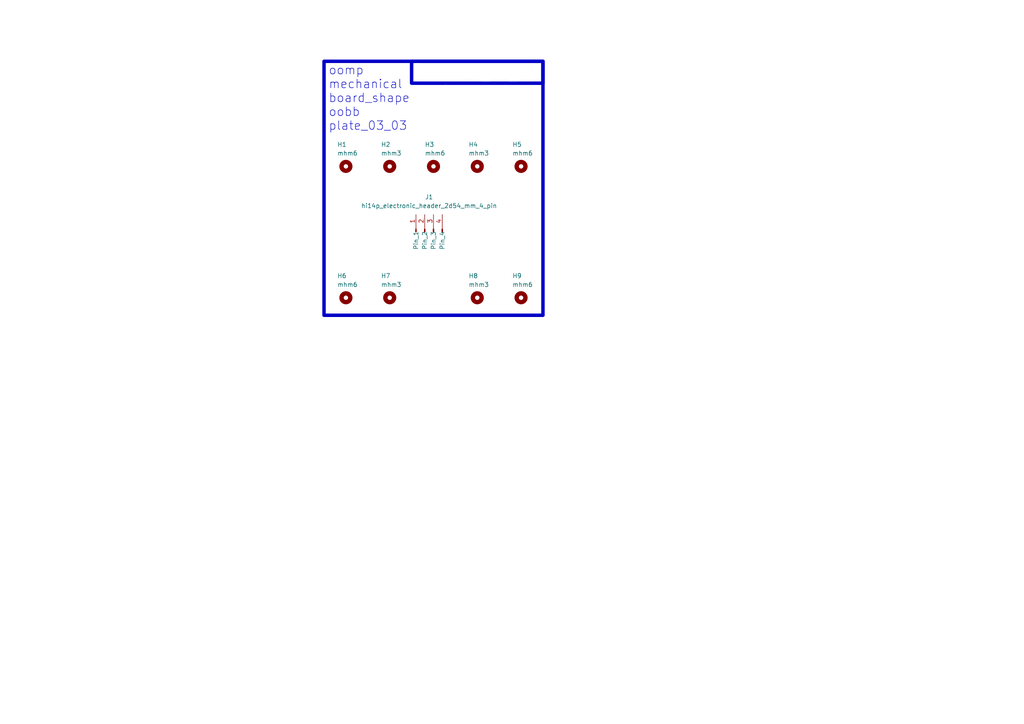
<source format=kicad_sch>
(kicad_sch (version 20230121) (generator eeschema)
  (paper "A4")
  (lib_symbols
    (symbol "oomlout_oomp_part_symbols:hi14p_electronic_header_2d54_mm_4_pin" (pin_names (offset 1.016))
      (property "Reference" "J" (at 0 5.08 0))
      (property "Value" "hi14p_electronic_header_2d54_mm_4_pin" (at 0 -7.62 0))
      (symbol "hi14p_electronic_header_2d54_mm_4_pin_1_1"
        (polyline (pts (xy 1.27 -5.08) (xy 0.8636 -5.08)) (stroke (width 0.1524)))
        (polyline (pts (xy 1.27 -2.54) (xy 0.8636 -2.54)) (stroke (width 0.1524)))
        (polyline (pts (xy 1.27 0) (xy 0.8636 0)) (stroke (width 0.1524)))
        (polyline (pts (xy 1.27 2.54) (xy 0.8636 2.54)) (stroke (width 0.1524)))
        (rectangle (start 0.8636 -4.953) (end 0 -5.207) (stroke (width 0.1524)) (fill (type outline)))
        (rectangle (start 0.8636 -2.413) (end 0 -2.667) (stroke (width 0.1524)) (fill (type outline)))
        (rectangle (start 0.8636 0.127) (end 0 -0.127) (stroke (width 0.1524)) (fill (type outline)))
        (rectangle (start 0.8636 2.667) (end 0 2.413) (stroke (width 0.1524)) (fill (type outline)))
        (pin passive line (at 5.08 2.54 180) (length 3.81) (name "Pin_1") (number "1"))
        (pin passive line (at 5.08 0 180) (length 3.81) (name "Pin_2") (number "2"))
        (pin passive line (at 5.08 -2.54 180) (length 3.81) (name "Pin_3") (number "3"))
        (pin passive line (at 5.08 -5.08 180) (length 3.81) (name "Pin_4") (number "4"))
      )
    )
    (symbol "oomlout_oomp_part_symbols:mhm3_electronic_mounting_hole_m3" (pin_names (offset 1.016))
      (property "Reference" "H" (at 0 5.08 0))
      (property "Value" "mhm3_electronic_mounting_hole_m3" (at 0 3.175 0))
      (symbol "mhm3_electronic_mounting_hole_m3_0_1"
        (circle (center 0 0) (radius 1.27) (stroke (width 1.27)))
      )
    )
    (symbol "oomlout_oomp_part_symbols:mhm6_electronic_mounting_hole_m6" (pin_names (offset 1.016))
      (property "Reference" "H" (at 0 5.08 0))
      (property "Value" "mhm6_electronic_mounting_hole_m6" (at 0 3.175 0))
      (symbol "mhm6_electronic_mounting_hole_m6_0_1"
        (circle (center 0 0) (radius 1.27) (stroke (width 1.27)))
      )
    )
  )
  (rectangle (start 93.98 17.78) (end 157.48 91.44) (stroke (width 1)))
  (rectangle (start 119.38 17.78) (end 157.48 24.13) (stroke (width 1)) (fill (type color)))
  (text "plate_03_03\n" (at 156.21 24.13 0) (effects (font (size 3 3) (thickness 0.8) bold) (justify right bottom)))
  (text "name" (at 121.92 24.13 90) (effects (font (size 1.27 1.27) (thickness 0.254) bold) (justify left bottom)))
  (text "oomp\nmechanical\nboard_shape\noobb\nplate_03_03" (at 95.25 38.1 0) (effects (font (size 2.5 2.5)) (justify left bottom)))
  (symbol (lib_id "oomlout_oomp_part_symbols:mhm6_electronic_mounting_hole_m6") (at 125.73 48.26 0) (unit 1)
    (property "Reference" "H3" (at 123.19 41.91 0) (effects (justify left)))
    (property "Value" "mhm6" (at 123.19 44.45 0) (effects (justify left)))
    (property "Footprint" "oomlout_oomp_part_footprints:mhm6_electronic_mounting_hole_m6" (effects hide))
    (property "Datasheet" "https://github.com/oomlout/oomlout_oomp_v3/parts/electronic_mounting_hole_m6/datasheet.pdf" (effects hide))
  )
  (symbol (lib_id "oomlout_oomp_part_symbols:mhm3_electronic_mounting_hole_m3") (at 138.43 86.36 0) (unit 1)
    (property "Reference" "H8" (at 135.89 80.01 0) (effects (justify left)))
    (property "Value" "mhm3" (at 135.89 82.55 0) (effects (justify left)))
    (property "Footprint" "oomlout_oomp_part_footprints:mhm3_electronic_mounting_hole_m3" (effects hide))
    (property "Datasheet" "https://github.com/oomlout/oomlout_oomp_v3/parts/electronic_mounting_hole_m3/datasheet.pdf" (effects hide))
  )
  (symbol (lib_id "oomlout_oomp_part_symbols:mhm6_electronic_mounting_hole_m6") (at 151.13 48.26 0) (unit 1)
    (property "Reference" "H5" (at 148.59 41.91 0) (effects (justify left)))
    (property "Value" "mhm6" (at 148.59 44.45 0) (effects (justify left)))
    (property "Footprint" "oomlout_oomp_part_footprints:mhm6_electronic_mounting_hole_m6" (effects hide))
    (property "Datasheet" "https://github.com/oomlout/oomlout_oomp_v3/parts/electronic_mounting_hole_m6/datasheet.pdf" (effects hide))
  )
  (symbol (lib_id "oomlout_oomp_part_symbols:mhm3_electronic_mounting_hole_m3") (at 138.43 48.26 0) (unit 1)
    (property "Reference" "H4" (at 135.89 41.91 0) (effects (justify left)))
    (property "Value" "mhm3" (at 135.89 44.45 0) (effects (justify left)))
    (property "Footprint" "oomlout_oomp_part_footprints:mhm3_electronic_mounting_hole_m3" (effects hide))
    (property "Datasheet" "https://github.com/oomlout/oomlout_oomp_v3/parts/electronic_mounting_hole_m3/datasheet.pdf" (effects hide))
  )
  (symbol (lib_id "oomlout_oomp_part_symbols:hi14p_electronic_header_2d54_mm_4_pin") (at 123.19 67.31 90) (unit 1)
    (property "Reference" "J1" (at 124.46 57.15 90))
    (property "Value" "hi14p_electronic_header_2d54_mm_4_pin" (at 124.46 59.69 90))
    (property "Footprint" "oomlout_oomp_part_footprints:hi14p_electronic_header_2d54_mm_4_pin" (effects hide))
    (property "Datasheet" "https://github.com/oomlout/oomlout_oomp_v3/parts/electronic_header_2d54_mm_4_pin/datasheet.pdf" (effects hide))
  )
  (symbol (lib_id "oomlout_oomp_part_symbols:mhm6_electronic_mounting_hole_m6") (at 100.33 86.36 0) (unit 1)
    (property "Reference" "H6" (at 97.79 80.01 0) (effects (justify left)))
    (property "Value" "mhm6" (at 97.79 82.55 0) (effects (justify left)))
    (property "Footprint" "oomlout_oomp_part_footprints:mhm6_electronic_mounting_hole_m6" (effects hide))
    (property "Datasheet" "https://github.com/oomlout/oomlout_oomp_v3/parts/electronic_mounting_hole_m6/datasheet.pdf" (effects hide))
  )
  (symbol (lib_id "oomlout_oomp_part_symbols:mhm3_electronic_mounting_hole_m3") (at 113.03 48.26 0) (unit 1)
    (property "Reference" "H2" (at 110.49 41.91 0) (effects (justify left)))
    (property "Value" "mhm3" (at 110.49 44.45 0) (effects (justify left)))
    (property "Footprint" "oomlout_oomp_part_footprints:mhm3_electronic_mounting_hole_m3" (effects hide))
    (property "Datasheet" "https://github.com/oomlout/oomlout_oomp_v3/parts/electronic_mounting_hole_m3/datasheet.pdf" (effects hide))
  )
  (symbol (lib_id "oomlout_oomp_part_symbols:mhm6_electronic_mounting_hole_m6") (at 100.33 48.26 0) (unit 1)
    (property "Reference" "H1" (at 97.79 41.91 0) (effects (justify left)))
    (property "Value" "mhm6" (at 97.79 44.45 0) (effects (justify left)))
    (property "Footprint" "oomlout_oomp_part_footprints:mhm6_electronic_mounting_hole_m6" (effects hide))
    (property "Datasheet" "https://github.com/oomlout/oomlout_oomp_v3/parts/electronic_mounting_hole_m6/datasheet.pdf" (effects hide))
  )
  (symbol (lib_id "oomlout_oomp_part_symbols:mhm3_electronic_mounting_hole_m3") (at 113.03 86.36 0) (unit 1)
    (property "Reference" "H7" (at 110.49 80.01 0) (effects (justify left)))
    (property "Value" "mhm3" (at 110.49 82.55 0) (effects (justify left)))
    (property "Footprint" "oomlout_oomp_part_footprints:mhm3_electronic_mounting_hole_m3" (effects hide))
    (property "Datasheet" "https://github.com/oomlout/oomlout_oomp_v3/parts/electronic_mounting_hole_m3/datasheet.pdf" (effects hide))
  )
  (symbol (lib_id "oomlout_oomp_part_symbols:mhm6_electronic_mounting_hole_m6") (at 151.13 86.36 0) (unit 1)
    (property "Reference" "H9" (at 148.59 80.01 0) (effects (justify left)))
    (property "Value" "mhm6" (at 148.59 82.55 0) (effects (justify left)))
    (property "Footprint" "oomlout_oomp_part_footprints:mhm6_electronic_mounting_hole_m6" (effects hide))
    (property "Datasheet" "https://github.com/oomlout/oomlout_oomp_v3/parts/electronic_mounting_hole_m6/datasheet.pdf" (effects hide))
  )
)
</source>
